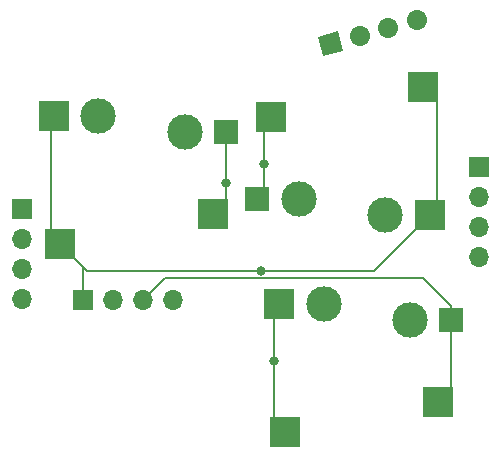
<source format=gbr>
G04 #@! TF.GenerationSoftware,KiCad,Pcbnew,(5.1.4)-1*
G04 #@! TF.CreationDate,2023-09-09T05:27:38-04:00*
G04 #@! TF.ProjectId,ThumbsUp,5468756d-6273-4557-902e-6b696361645f,rev?*
G04 #@! TF.SameCoordinates,Original*
G04 #@! TF.FileFunction,Copper,L2,Bot*
G04 #@! TF.FilePolarity,Positive*
%FSLAX46Y46*%
G04 Gerber Fmt 4.6, Leading zero omitted, Abs format (unit mm)*
G04 Created by KiCad (PCBNEW (5.1.4)-1) date 2023-09-09 05:27:38*
%MOMM*%
%LPD*%
G04 APERTURE LIST*
%ADD10R,2.550000X2.500000*%
%ADD11R,2.000000X2.000000*%
%ADD12C,3.000000*%
%ADD13O,1.700000X1.700000*%
%ADD14R,1.700000X1.700000*%
%ADD15C,1.700000*%
%ADD16C,1.700000*%
%ADD17C,0.100000*%
%ADD18C,0.800000*%
%ADD19C,0.200000*%
G04 APERTURE END LIST*
D10*
X-100440000Y-358171918D03*
D11*
X-115040000Y-356821918D03*
D12*
X-111540000Y-356821918D03*
X-104240000Y-358171918D03*
D10*
X-100998000Y-347341918D03*
X-113925000Y-349881918D03*
X-132303954Y-349810061D03*
D11*
X-117703954Y-351160061D03*
D12*
X-121203954Y-351160061D03*
X-128503954Y-349810061D03*
D10*
X-131745954Y-360640061D03*
X-118818954Y-358100061D03*
D13*
X-96258141Y-361748713D03*
X-96258141Y-359208713D03*
X-96258141Y-356668713D03*
D14*
X-96258141Y-354128713D03*
D13*
X-134976620Y-365247892D03*
X-134976620Y-362707892D03*
X-134976620Y-360167892D03*
D14*
X-134976620Y-357627892D03*
D13*
X-122149330Y-365344574D03*
X-124689330Y-365344574D03*
X-127229330Y-365344574D03*
D14*
X-129769330Y-365344574D03*
D15*
X-101492864Y-341688390D03*
D16*
X-101492864Y-341688390D02*
X-101492864Y-341688390D01*
D15*
X-103946316Y-342345790D03*
D16*
X-103946316Y-342345790D02*
X-103946316Y-342345790D01*
D15*
X-106399767Y-343003191D03*
D16*
X-106399767Y-343003191D02*
X-106399767Y-343003191D01*
D15*
X-108853219Y-343660591D03*
D17*
G36*
X-109894252Y-343059550D02*
G01*
X-108252178Y-342619558D01*
X-107812186Y-344261632D01*
X-109454260Y-344701624D01*
X-109894252Y-343059550D01*
X-109894252Y-343059550D01*
G37*
D10*
X-113240000Y-365730000D03*
D11*
X-98640000Y-367080000D03*
D12*
X-102140000Y-367080000D03*
X-109440000Y-365730000D03*
D10*
X-112682000Y-376560000D03*
X-99755000Y-374020000D03*
D18*
X-114480000Y-353840000D03*
X-117740000Y-355470000D03*
X-114720000Y-362900000D03*
X-113660000Y-370500000D03*
D19*
X-113640000Y-350170000D02*
X-113280061Y-349810061D01*
X-113280061Y-349810061D02*
X-113240000Y-349810061D01*
X-114480000Y-350436918D02*
X-113925000Y-349881918D01*
X-114480000Y-353840000D02*
X-114480000Y-350436918D01*
X-114480000Y-356261918D02*
X-115040000Y-356821918D01*
X-114480000Y-353840000D02*
X-114480000Y-356261918D01*
X-98640000Y-365880000D02*
X-98640000Y-367080000D01*
X-100990000Y-363530000D02*
X-98640000Y-365880000D01*
X-122874756Y-363530000D02*
X-100990000Y-363530000D01*
X-124689330Y-365344574D02*
X-122874756Y-363530000D01*
X-98640000Y-372905000D02*
X-99755000Y-374020000D01*
X-98640000Y-367080000D02*
X-98640000Y-372905000D01*
X-117740000Y-351196107D02*
X-117703954Y-351160061D01*
X-117740000Y-355470000D02*
X-117740000Y-351196107D01*
X-117740000Y-357021107D02*
X-118818954Y-358100061D01*
X-117740000Y-355470000D02*
X-117740000Y-357021107D01*
X-131720954Y-360640061D02*
X-131745954Y-360640061D01*
X-129769330Y-362591685D02*
X-131720954Y-360640061D01*
X-129769330Y-365344574D02*
X-129769330Y-362591685D01*
X-132303954Y-349933954D02*
X-132303954Y-349810061D01*
X-132540000Y-360470000D02*
X-132540000Y-350170000D01*
X-131745954Y-360640061D02*
X-132369939Y-360640061D01*
X-132369939Y-360640061D02*
X-132540000Y-360470000D01*
X-132540000Y-350170000D02*
X-132303954Y-349933954D01*
X-99880000Y-348459918D02*
X-100998000Y-347341918D01*
X-100440000Y-358171918D02*
X-99880000Y-357611918D01*
X-99880000Y-357611918D02*
X-99880000Y-348459918D01*
X-100465000Y-358171918D02*
X-100440000Y-358171918D01*
X-105193082Y-362900000D02*
X-100465000Y-358171918D01*
X-129769330Y-362591685D02*
X-129461015Y-362900000D01*
X-114720000Y-362900000D02*
X-105193082Y-362900000D01*
X-129461015Y-362900000D02*
X-114720000Y-362900000D01*
X-113660000Y-375582000D02*
X-112682000Y-376560000D01*
X-113660000Y-370500000D02*
X-113660000Y-375582000D01*
X-113660000Y-366150000D02*
X-113240000Y-365730000D01*
X-113660000Y-370500000D02*
X-113660000Y-366150000D01*
M02*

</source>
